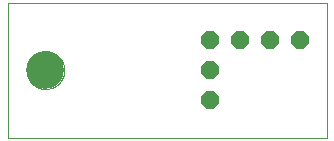
<source format=gbs>
G75*
%MOIN*%
%OFA0B0*%
%FSLAX25Y25*%
%IPPOS*%
%LPD*%
%AMOC8*
5,1,8,0,0,1.08239X$1,22.5*
%
%ADD10C,0.00000*%
%ADD11C,0.12598*%
%ADD12OC8,0.06000*%
D10*
X0009000Y0009000D02*
X0009000Y0053961D01*
X0115201Y0053961D01*
X0115201Y0009000D01*
X0009000Y0009000D01*
X0015201Y0031500D02*
X0015203Y0031658D01*
X0015209Y0031816D01*
X0015219Y0031974D01*
X0015233Y0032132D01*
X0015251Y0032289D01*
X0015272Y0032446D01*
X0015298Y0032602D01*
X0015328Y0032758D01*
X0015361Y0032913D01*
X0015399Y0033066D01*
X0015440Y0033219D01*
X0015485Y0033371D01*
X0015534Y0033522D01*
X0015587Y0033671D01*
X0015643Y0033819D01*
X0015703Y0033965D01*
X0015767Y0034110D01*
X0015835Y0034253D01*
X0015906Y0034395D01*
X0015980Y0034535D01*
X0016058Y0034672D01*
X0016140Y0034808D01*
X0016224Y0034942D01*
X0016313Y0035073D01*
X0016404Y0035202D01*
X0016499Y0035329D01*
X0016596Y0035454D01*
X0016697Y0035576D01*
X0016801Y0035695D01*
X0016908Y0035812D01*
X0017018Y0035926D01*
X0017131Y0036037D01*
X0017246Y0036146D01*
X0017364Y0036251D01*
X0017485Y0036353D01*
X0017608Y0036453D01*
X0017734Y0036549D01*
X0017862Y0036642D01*
X0017992Y0036732D01*
X0018125Y0036818D01*
X0018260Y0036902D01*
X0018396Y0036981D01*
X0018535Y0037058D01*
X0018676Y0037130D01*
X0018818Y0037200D01*
X0018962Y0037265D01*
X0019108Y0037327D01*
X0019255Y0037385D01*
X0019404Y0037440D01*
X0019554Y0037491D01*
X0019705Y0037538D01*
X0019857Y0037581D01*
X0020010Y0037620D01*
X0020165Y0037656D01*
X0020320Y0037687D01*
X0020476Y0037715D01*
X0020632Y0037739D01*
X0020789Y0037759D01*
X0020947Y0037775D01*
X0021104Y0037787D01*
X0021263Y0037795D01*
X0021421Y0037799D01*
X0021579Y0037799D01*
X0021737Y0037795D01*
X0021896Y0037787D01*
X0022053Y0037775D01*
X0022211Y0037759D01*
X0022368Y0037739D01*
X0022524Y0037715D01*
X0022680Y0037687D01*
X0022835Y0037656D01*
X0022990Y0037620D01*
X0023143Y0037581D01*
X0023295Y0037538D01*
X0023446Y0037491D01*
X0023596Y0037440D01*
X0023745Y0037385D01*
X0023892Y0037327D01*
X0024038Y0037265D01*
X0024182Y0037200D01*
X0024324Y0037130D01*
X0024465Y0037058D01*
X0024604Y0036981D01*
X0024740Y0036902D01*
X0024875Y0036818D01*
X0025008Y0036732D01*
X0025138Y0036642D01*
X0025266Y0036549D01*
X0025392Y0036453D01*
X0025515Y0036353D01*
X0025636Y0036251D01*
X0025754Y0036146D01*
X0025869Y0036037D01*
X0025982Y0035926D01*
X0026092Y0035812D01*
X0026199Y0035695D01*
X0026303Y0035576D01*
X0026404Y0035454D01*
X0026501Y0035329D01*
X0026596Y0035202D01*
X0026687Y0035073D01*
X0026776Y0034942D01*
X0026860Y0034808D01*
X0026942Y0034672D01*
X0027020Y0034535D01*
X0027094Y0034395D01*
X0027165Y0034253D01*
X0027233Y0034110D01*
X0027297Y0033965D01*
X0027357Y0033819D01*
X0027413Y0033671D01*
X0027466Y0033522D01*
X0027515Y0033371D01*
X0027560Y0033219D01*
X0027601Y0033066D01*
X0027639Y0032913D01*
X0027672Y0032758D01*
X0027702Y0032602D01*
X0027728Y0032446D01*
X0027749Y0032289D01*
X0027767Y0032132D01*
X0027781Y0031974D01*
X0027791Y0031816D01*
X0027797Y0031658D01*
X0027799Y0031500D01*
X0027797Y0031342D01*
X0027791Y0031184D01*
X0027781Y0031026D01*
X0027767Y0030868D01*
X0027749Y0030711D01*
X0027728Y0030554D01*
X0027702Y0030398D01*
X0027672Y0030242D01*
X0027639Y0030087D01*
X0027601Y0029934D01*
X0027560Y0029781D01*
X0027515Y0029629D01*
X0027466Y0029478D01*
X0027413Y0029329D01*
X0027357Y0029181D01*
X0027297Y0029035D01*
X0027233Y0028890D01*
X0027165Y0028747D01*
X0027094Y0028605D01*
X0027020Y0028465D01*
X0026942Y0028328D01*
X0026860Y0028192D01*
X0026776Y0028058D01*
X0026687Y0027927D01*
X0026596Y0027798D01*
X0026501Y0027671D01*
X0026404Y0027546D01*
X0026303Y0027424D01*
X0026199Y0027305D01*
X0026092Y0027188D01*
X0025982Y0027074D01*
X0025869Y0026963D01*
X0025754Y0026854D01*
X0025636Y0026749D01*
X0025515Y0026647D01*
X0025392Y0026547D01*
X0025266Y0026451D01*
X0025138Y0026358D01*
X0025008Y0026268D01*
X0024875Y0026182D01*
X0024740Y0026098D01*
X0024604Y0026019D01*
X0024465Y0025942D01*
X0024324Y0025870D01*
X0024182Y0025800D01*
X0024038Y0025735D01*
X0023892Y0025673D01*
X0023745Y0025615D01*
X0023596Y0025560D01*
X0023446Y0025509D01*
X0023295Y0025462D01*
X0023143Y0025419D01*
X0022990Y0025380D01*
X0022835Y0025344D01*
X0022680Y0025313D01*
X0022524Y0025285D01*
X0022368Y0025261D01*
X0022211Y0025241D01*
X0022053Y0025225D01*
X0021896Y0025213D01*
X0021737Y0025205D01*
X0021579Y0025201D01*
X0021421Y0025201D01*
X0021263Y0025205D01*
X0021104Y0025213D01*
X0020947Y0025225D01*
X0020789Y0025241D01*
X0020632Y0025261D01*
X0020476Y0025285D01*
X0020320Y0025313D01*
X0020165Y0025344D01*
X0020010Y0025380D01*
X0019857Y0025419D01*
X0019705Y0025462D01*
X0019554Y0025509D01*
X0019404Y0025560D01*
X0019255Y0025615D01*
X0019108Y0025673D01*
X0018962Y0025735D01*
X0018818Y0025800D01*
X0018676Y0025870D01*
X0018535Y0025942D01*
X0018396Y0026019D01*
X0018260Y0026098D01*
X0018125Y0026182D01*
X0017992Y0026268D01*
X0017862Y0026358D01*
X0017734Y0026451D01*
X0017608Y0026547D01*
X0017485Y0026647D01*
X0017364Y0026749D01*
X0017246Y0026854D01*
X0017131Y0026963D01*
X0017018Y0027074D01*
X0016908Y0027188D01*
X0016801Y0027305D01*
X0016697Y0027424D01*
X0016596Y0027546D01*
X0016499Y0027671D01*
X0016404Y0027798D01*
X0016313Y0027927D01*
X0016224Y0028058D01*
X0016140Y0028192D01*
X0016058Y0028328D01*
X0015980Y0028465D01*
X0015906Y0028605D01*
X0015835Y0028747D01*
X0015767Y0028890D01*
X0015703Y0029035D01*
X0015643Y0029181D01*
X0015587Y0029329D01*
X0015534Y0029478D01*
X0015485Y0029629D01*
X0015440Y0029781D01*
X0015399Y0029934D01*
X0015361Y0030087D01*
X0015328Y0030242D01*
X0015298Y0030398D01*
X0015272Y0030554D01*
X0015251Y0030711D01*
X0015233Y0030868D01*
X0015219Y0031026D01*
X0015209Y0031184D01*
X0015203Y0031342D01*
X0015201Y0031500D01*
D11*
X0021500Y0031500D03*
D12*
X0076500Y0031500D03*
X0076500Y0041500D03*
X0086500Y0041500D03*
X0096500Y0041500D03*
X0106500Y0041500D03*
X0076500Y0021500D03*
M02*

</source>
